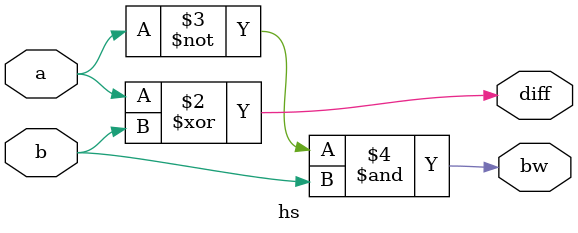
<source format=v>
module hs(input wire a,b,output reg diff,bw);
        always @(a,b) begin
            diff=a^b;
            bw=~a & b;
        end
endmodule
</source>
